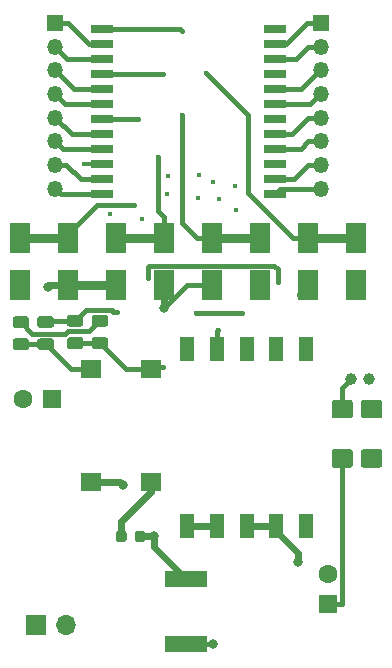
<source format=gbr>
G04 #@! TF.GenerationSoftware,KiCad,Pcbnew,(5.1.4-0-10_14)*
G04 #@! TF.CreationDate,2019-09-18T11:49:10-05:00*
G04 #@! TF.ProjectId,poePoweredDevice-PD,706f6550-6f77-4657-9265-644465766963,rev?*
G04 #@! TF.SameCoordinates,Original*
G04 #@! TF.FileFunction,Copper,L1,Top*
G04 #@! TF.FilePolarity,Positive*
%FSLAX46Y46*%
G04 Gerber Fmt 4.6, Leading zero omitted, Abs format (unit mm)*
G04 Created by KiCad (PCBNEW (5.1.4-0-10_14)) date 2019-09-18 11:49:10*
%MOMM*%
%LPD*%
G04 APERTURE LIST*
%ADD10R,1.350000X1.350000*%
%ADD11O,1.350000X1.350000*%
%ADD12R,1.780000X1.520000*%
%ADD13R,1.270000X2.030000*%
%ADD14R,1.700000X1.700000*%
%ADD15O,1.700000X1.700000*%
%ADD16R,3.560000X1.400000*%
%ADD17R,1.600000X1.600000*%
%ADD18C,1.600000*%
%ADD19C,0.100000*%
%ADD20C,1.575000*%
%ADD21C,0.975000*%
%ADD22R,1.800000X2.500000*%
%ADD23C,0.875000*%
%ADD24R,1.905000X0.760000*%
%ADD25C,0.400000*%
%ADD26C,0.800000*%
%ADD27C,1.000000*%
%ADD28C,0.800000*%
%ADD29C,0.300000*%
%ADD30C,0.600000*%
%ADD31C,0.400000*%
G04 APERTURE END LIST*
D10*
X185500000Y-86704000D03*
D11*
X185500000Y-88704000D03*
X185500000Y-90704000D03*
X185500000Y-92704000D03*
X185500000Y-94704000D03*
X185500000Y-96704000D03*
X185500000Y-98704000D03*
X185500000Y-100704000D03*
D10*
X163000000Y-86704000D03*
D11*
X163000000Y-88704000D03*
X163000000Y-90704000D03*
X163000000Y-92704000D03*
X163000000Y-94704000D03*
X163000000Y-96704000D03*
X163000000Y-98704000D03*
X163000000Y-100704000D03*
D12*
X171094400Y-125577600D03*
X166014400Y-125577600D03*
X166014400Y-116017600D03*
X171094400Y-116017600D03*
D13*
X174200000Y-114300000D03*
X176700000Y-114300000D03*
X179200000Y-114300000D03*
X181700000Y-114300000D03*
X184200000Y-114300000D03*
X174200000Y-129300000D03*
X176700000Y-129300000D03*
X179200000Y-129300000D03*
X181700000Y-129300000D03*
X184200000Y-129300000D03*
D14*
X161356800Y-137668000D03*
D15*
X163896800Y-137668000D03*
D16*
X174100000Y-139248000D03*
X174100000Y-133788000D03*
D17*
X162763200Y-118516400D03*
D18*
X160263200Y-118516400D03*
D17*
X186080400Y-135839200D03*
D18*
X186080400Y-133339200D03*
D19*
G36*
X187974105Y-122764004D02*
G01*
X187998373Y-122767604D01*
X188022172Y-122773565D01*
X188045271Y-122781830D01*
X188067450Y-122792320D01*
X188088493Y-122804932D01*
X188108199Y-122819547D01*
X188126377Y-122836023D01*
X188142853Y-122854201D01*
X188157468Y-122873907D01*
X188170080Y-122894950D01*
X188180570Y-122917129D01*
X188188835Y-122940228D01*
X188194796Y-122964027D01*
X188198396Y-122988295D01*
X188199600Y-123012799D01*
X188199600Y-124087801D01*
X188198396Y-124112305D01*
X188194796Y-124136573D01*
X188188835Y-124160372D01*
X188180570Y-124183471D01*
X188170080Y-124205650D01*
X188157468Y-124226693D01*
X188142853Y-124246399D01*
X188126377Y-124264577D01*
X188108199Y-124281053D01*
X188088493Y-124295668D01*
X188067450Y-124308280D01*
X188045271Y-124318770D01*
X188022172Y-124327035D01*
X187998373Y-124332996D01*
X187974105Y-124336596D01*
X187949601Y-124337800D01*
X186649599Y-124337800D01*
X186625095Y-124336596D01*
X186600827Y-124332996D01*
X186577028Y-124327035D01*
X186553929Y-124318770D01*
X186531750Y-124308280D01*
X186510707Y-124295668D01*
X186491001Y-124281053D01*
X186472823Y-124264577D01*
X186456347Y-124246399D01*
X186441732Y-124226693D01*
X186429120Y-124205650D01*
X186418630Y-124183471D01*
X186410365Y-124160372D01*
X186404404Y-124136573D01*
X186400804Y-124112305D01*
X186399600Y-124087801D01*
X186399600Y-123012799D01*
X186400804Y-122988295D01*
X186404404Y-122964027D01*
X186410365Y-122940228D01*
X186418630Y-122917129D01*
X186429120Y-122894950D01*
X186441732Y-122873907D01*
X186456347Y-122854201D01*
X186472823Y-122836023D01*
X186491001Y-122819547D01*
X186510707Y-122804932D01*
X186531750Y-122792320D01*
X186553929Y-122781830D01*
X186577028Y-122773565D01*
X186600827Y-122767604D01*
X186625095Y-122764004D01*
X186649599Y-122762800D01*
X187949601Y-122762800D01*
X187974105Y-122764004D01*
X187974105Y-122764004D01*
G37*
D20*
X187299600Y-123550300D03*
D19*
G36*
X187974105Y-118589004D02*
G01*
X187998373Y-118592604D01*
X188022172Y-118598565D01*
X188045271Y-118606830D01*
X188067450Y-118617320D01*
X188088493Y-118629932D01*
X188108199Y-118644547D01*
X188126377Y-118661023D01*
X188142853Y-118679201D01*
X188157468Y-118698907D01*
X188170080Y-118719950D01*
X188180570Y-118742129D01*
X188188835Y-118765228D01*
X188194796Y-118789027D01*
X188198396Y-118813295D01*
X188199600Y-118837799D01*
X188199600Y-119912801D01*
X188198396Y-119937305D01*
X188194796Y-119961573D01*
X188188835Y-119985372D01*
X188180570Y-120008471D01*
X188170080Y-120030650D01*
X188157468Y-120051693D01*
X188142853Y-120071399D01*
X188126377Y-120089577D01*
X188108199Y-120106053D01*
X188088493Y-120120668D01*
X188067450Y-120133280D01*
X188045271Y-120143770D01*
X188022172Y-120152035D01*
X187998373Y-120157996D01*
X187974105Y-120161596D01*
X187949601Y-120162800D01*
X186649599Y-120162800D01*
X186625095Y-120161596D01*
X186600827Y-120157996D01*
X186577028Y-120152035D01*
X186553929Y-120143770D01*
X186531750Y-120133280D01*
X186510707Y-120120668D01*
X186491001Y-120106053D01*
X186472823Y-120089577D01*
X186456347Y-120071399D01*
X186441732Y-120051693D01*
X186429120Y-120030650D01*
X186418630Y-120008471D01*
X186410365Y-119985372D01*
X186404404Y-119961573D01*
X186400804Y-119937305D01*
X186399600Y-119912801D01*
X186399600Y-118837799D01*
X186400804Y-118813295D01*
X186404404Y-118789027D01*
X186410365Y-118765228D01*
X186418630Y-118742129D01*
X186429120Y-118719950D01*
X186441732Y-118698907D01*
X186456347Y-118679201D01*
X186472823Y-118661023D01*
X186491001Y-118644547D01*
X186510707Y-118629932D01*
X186531750Y-118617320D01*
X186553929Y-118606830D01*
X186577028Y-118598565D01*
X186600827Y-118592604D01*
X186625095Y-118589004D01*
X186649599Y-118587800D01*
X187949601Y-118587800D01*
X187974105Y-118589004D01*
X187974105Y-118589004D01*
G37*
D20*
X187299600Y-119375300D03*
D19*
G36*
X190463305Y-118589004D02*
G01*
X190487573Y-118592604D01*
X190511372Y-118598565D01*
X190534471Y-118606830D01*
X190556650Y-118617320D01*
X190577693Y-118629932D01*
X190597399Y-118644547D01*
X190615577Y-118661023D01*
X190632053Y-118679201D01*
X190646668Y-118698907D01*
X190659280Y-118719950D01*
X190669770Y-118742129D01*
X190678035Y-118765228D01*
X190683996Y-118789027D01*
X190687596Y-118813295D01*
X190688800Y-118837799D01*
X190688800Y-119912801D01*
X190687596Y-119937305D01*
X190683996Y-119961573D01*
X190678035Y-119985372D01*
X190669770Y-120008471D01*
X190659280Y-120030650D01*
X190646668Y-120051693D01*
X190632053Y-120071399D01*
X190615577Y-120089577D01*
X190597399Y-120106053D01*
X190577693Y-120120668D01*
X190556650Y-120133280D01*
X190534471Y-120143770D01*
X190511372Y-120152035D01*
X190487573Y-120157996D01*
X190463305Y-120161596D01*
X190438801Y-120162800D01*
X189138799Y-120162800D01*
X189114295Y-120161596D01*
X189090027Y-120157996D01*
X189066228Y-120152035D01*
X189043129Y-120143770D01*
X189020950Y-120133280D01*
X188999907Y-120120668D01*
X188980201Y-120106053D01*
X188962023Y-120089577D01*
X188945547Y-120071399D01*
X188930932Y-120051693D01*
X188918320Y-120030650D01*
X188907830Y-120008471D01*
X188899565Y-119985372D01*
X188893604Y-119961573D01*
X188890004Y-119937305D01*
X188888800Y-119912801D01*
X188888800Y-118837799D01*
X188890004Y-118813295D01*
X188893604Y-118789027D01*
X188899565Y-118765228D01*
X188907830Y-118742129D01*
X188918320Y-118719950D01*
X188930932Y-118698907D01*
X188945547Y-118679201D01*
X188962023Y-118661023D01*
X188980201Y-118644547D01*
X188999907Y-118629932D01*
X189020950Y-118617320D01*
X189043129Y-118606830D01*
X189066228Y-118598565D01*
X189090027Y-118592604D01*
X189114295Y-118589004D01*
X189138799Y-118587800D01*
X190438801Y-118587800D01*
X190463305Y-118589004D01*
X190463305Y-118589004D01*
G37*
D20*
X189788800Y-119375300D03*
D19*
G36*
X190463305Y-122764004D02*
G01*
X190487573Y-122767604D01*
X190511372Y-122773565D01*
X190534471Y-122781830D01*
X190556650Y-122792320D01*
X190577693Y-122804932D01*
X190597399Y-122819547D01*
X190615577Y-122836023D01*
X190632053Y-122854201D01*
X190646668Y-122873907D01*
X190659280Y-122894950D01*
X190669770Y-122917129D01*
X190678035Y-122940228D01*
X190683996Y-122964027D01*
X190687596Y-122988295D01*
X190688800Y-123012799D01*
X190688800Y-124087801D01*
X190687596Y-124112305D01*
X190683996Y-124136573D01*
X190678035Y-124160372D01*
X190669770Y-124183471D01*
X190659280Y-124205650D01*
X190646668Y-124226693D01*
X190632053Y-124246399D01*
X190615577Y-124264577D01*
X190597399Y-124281053D01*
X190577693Y-124295668D01*
X190556650Y-124308280D01*
X190534471Y-124318770D01*
X190511372Y-124327035D01*
X190487573Y-124332996D01*
X190463305Y-124336596D01*
X190438801Y-124337800D01*
X189138799Y-124337800D01*
X189114295Y-124336596D01*
X189090027Y-124332996D01*
X189066228Y-124327035D01*
X189043129Y-124318770D01*
X189020950Y-124308280D01*
X188999907Y-124295668D01*
X188980201Y-124281053D01*
X188962023Y-124264577D01*
X188945547Y-124246399D01*
X188930932Y-124226693D01*
X188918320Y-124205650D01*
X188907830Y-124183471D01*
X188899565Y-124160372D01*
X188893604Y-124136573D01*
X188890004Y-124112305D01*
X188888800Y-124087801D01*
X188888800Y-123012799D01*
X188890004Y-122988295D01*
X188893604Y-122964027D01*
X188899565Y-122940228D01*
X188907830Y-122917129D01*
X188918320Y-122894950D01*
X188930932Y-122873907D01*
X188945547Y-122854201D01*
X188962023Y-122836023D01*
X188980201Y-122819547D01*
X188999907Y-122804932D01*
X189020950Y-122792320D01*
X189043129Y-122781830D01*
X189066228Y-122773565D01*
X189090027Y-122767604D01*
X189114295Y-122764004D01*
X189138799Y-122762800D01*
X190438801Y-122762800D01*
X190463305Y-122764004D01*
X190463305Y-122764004D01*
G37*
D20*
X189788800Y-123550300D03*
D19*
G36*
X160570142Y-113394174D02*
G01*
X160593803Y-113397684D01*
X160617007Y-113403496D01*
X160639529Y-113411554D01*
X160661153Y-113421782D01*
X160681670Y-113434079D01*
X160700883Y-113448329D01*
X160718607Y-113464393D01*
X160734671Y-113482117D01*
X160748921Y-113501330D01*
X160761218Y-113521847D01*
X160771446Y-113543471D01*
X160779504Y-113565993D01*
X160785316Y-113589197D01*
X160788826Y-113612858D01*
X160790000Y-113636750D01*
X160790000Y-114124250D01*
X160788826Y-114148142D01*
X160785316Y-114171803D01*
X160779504Y-114195007D01*
X160771446Y-114217529D01*
X160761218Y-114239153D01*
X160748921Y-114259670D01*
X160734671Y-114278883D01*
X160718607Y-114296607D01*
X160700883Y-114312671D01*
X160681670Y-114326921D01*
X160661153Y-114339218D01*
X160639529Y-114349446D01*
X160617007Y-114357504D01*
X160593803Y-114363316D01*
X160570142Y-114366826D01*
X160546250Y-114368000D01*
X159633750Y-114368000D01*
X159609858Y-114366826D01*
X159586197Y-114363316D01*
X159562993Y-114357504D01*
X159540471Y-114349446D01*
X159518847Y-114339218D01*
X159498330Y-114326921D01*
X159479117Y-114312671D01*
X159461393Y-114296607D01*
X159445329Y-114278883D01*
X159431079Y-114259670D01*
X159418782Y-114239153D01*
X159408554Y-114217529D01*
X159400496Y-114195007D01*
X159394684Y-114171803D01*
X159391174Y-114148142D01*
X159390000Y-114124250D01*
X159390000Y-113636750D01*
X159391174Y-113612858D01*
X159394684Y-113589197D01*
X159400496Y-113565993D01*
X159408554Y-113543471D01*
X159418782Y-113521847D01*
X159431079Y-113501330D01*
X159445329Y-113482117D01*
X159461393Y-113464393D01*
X159479117Y-113448329D01*
X159498330Y-113434079D01*
X159518847Y-113421782D01*
X159540471Y-113411554D01*
X159562993Y-113403496D01*
X159586197Y-113397684D01*
X159609858Y-113394174D01*
X159633750Y-113393000D01*
X160546250Y-113393000D01*
X160570142Y-113394174D01*
X160570142Y-113394174D01*
G37*
D21*
X160090000Y-113880500D03*
D19*
G36*
X160570142Y-111519174D02*
G01*
X160593803Y-111522684D01*
X160617007Y-111528496D01*
X160639529Y-111536554D01*
X160661153Y-111546782D01*
X160681670Y-111559079D01*
X160700883Y-111573329D01*
X160718607Y-111589393D01*
X160734671Y-111607117D01*
X160748921Y-111626330D01*
X160761218Y-111646847D01*
X160771446Y-111668471D01*
X160779504Y-111690993D01*
X160785316Y-111714197D01*
X160788826Y-111737858D01*
X160790000Y-111761750D01*
X160790000Y-112249250D01*
X160788826Y-112273142D01*
X160785316Y-112296803D01*
X160779504Y-112320007D01*
X160771446Y-112342529D01*
X160761218Y-112364153D01*
X160748921Y-112384670D01*
X160734671Y-112403883D01*
X160718607Y-112421607D01*
X160700883Y-112437671D01*
X160681670Y-112451921D01*
X160661153Y-112464218D01*
X160639529Y-112474446D01*
X160617007Y-112482504D01*
X160593803Y-112488316D01*
X160570142Y-112491826D01*
X160546250Y-112493000D01*
X159633750Y-112493000D01*
X159609858Y-112491826D01*
X159586197Y-112488316D01*
X159562993Y-112482504D01*
X159540471Y-112474446D01*
X159518847Y-112464218D01*
X159498330Y-112451921D01*
X159479117Y-112437671D01*
X159461393Y-112421607D01*
X159445329Y-112403883D01*
X159431079Y-112384670D01*
X159418782Y-112364153D01*
X159408554Y-112342529D01*
X159400496Y-112320007D01*
X159394684Y-112296803D01*
X159391174Y-112273142D01*
X159390000Y-112249250D01*
X159390000Y-111761750D01*
X159391174Y-111737858D01*
X159394684Y-111714197D01*
X159400496Y-111690993D01*
X159408554Y-111668471D01*
X159418782Y-111646847D01*
X159431079Y-111626330D01*
X159445329Y-111607117D01*
X159461393Y-111589393D01*
X159479117Y-111573329D01*
X159498330Y-111559079D01*
X159518847Y-111546782D01*
X159540471Y-111536554D01*
X159562993Y-111528496D01*
X159586197Y-111522684D01*
X159609858Y-111519174D01*
X159633750Y-111518000D01*
X160546250Y-111518000D01*
X160570142Y-111519174D01*
X160570142Y-111519174D01*
G37*
D21*
X160090000Y-112005500D03*
D19*
G36*
X162670142Y-113394174D02*
G01*
X162693803Y-113397684D01*
X162717007Y-113403496D01*
X162739529Y-113411554D01*
X162761153Y-113421782D01*
X162781670Y-113434079D01*
X162800883Y-113448329D01*
X162818607Y-113464393D01*
X162834671Y-113482117D01*
X162848921Y-113501330D01*
X162861218Y-113521847D01*
X162871446Y-113543471D01*
X162879504Y-113565993D01*
X162885316Y-113589197D01*
X162888826Y-113612858D01*
X162890000Y-113636750D01*
X162890000Y-114124250D01*
X162888826Y-114148142D01*
X162885316Y-114171803D01*
X162879504Y-114195007D01*
X162871446Y-114217529D01*
X162861218Y-114239153D01*
X162848921Y-114259670D01*
X162834671Y-114278883D01*
X162818607Y-114296607D01*
X162800883Y-114312671D01*
X162781670Y-114326921D01*
X162761153Y-114339218D01*
X162739529Y-114349446D01*
X162717007Y-114357504D01*
X162693803Y-114363316D01*
X162670142Y-114366826D01*
X162646250Y-114368000D01*
X161733750Y-114368000D01*
X161709858Y-114366826D01*
X161686197Y-114363316D01*
X161662993Y-114357504D01*
X161640471Y-114349446D01*
X161618847Y-114339218D01*
X161598330Y-114326921D01*
X161579117Y-114312671D01*
X161561393Y-114296607D01*
X161545329Y-114278883D01*
X161531079Y-114259670D01*
X161518782Y-114239153D01*
X161508554Y-114217529D01*
X161500496Y-114195007D01*
X161494684Y-114171803D01*
X161491174Y-114148142D01*
X161490000Y-114124250D01*
X161490000Y-113636750D01*
X161491174Y-113612858D01*
X161494684Y-113589197D01*
X161500496Y-113565993D01*
X161508554Y-113543471D01*
X161518782Y-113521847D01*
X161531079Y-113501330D01*
X161545329Y-113482117D01*
X161561393Y-113464393D01*
X161579117Y-113448329D01*
X161598330Y-113434079D01*
X161618847Y-113421782D01*
X161640471Y-113411554D01*
X161662993Y-113403496D01*
X161686197Y-113397684D01*
X161709858Y-113394174D01*
X161733750Y-113393000D01*
X162646250Y-113393000D01*
X162670142Y-113394174D01*
X162670142Y-113394174D01*
G37*
D21*
X162190000Y-113880500D03*
D19*
G36*
X162670142Y-111519174D02*
G01*
X162693803Y-111522684D01*
X162717007Y-111528496D01*
X162739529Y-111536554D01*
X162761153Y-111546782D01*
X162781670Y-111559079D01*
X162800883Y-111573329D01*
X162818607Y-111589393D01*
X162834671Y-111607117D01*
X162848921Y-111626330D01*
X162861218Y-111646847D01*
X162871446Y-111668471D01*
X162879504Y-111690993D01*
X162885316Y-111714197D01*
X162888826Y-111737858D01*
X162890000Y-111761750D01*
X162890000Y-112249250D01*
X162888826Y-112273142D01*
X162885316Y-112296803D01*
X162879504Y-112320007D01*
X162871446Y-112342529D01*
X162861218Y-112364153D01*
X162848921Y-112384670D01*
X162834671Y-112403883D01*
X162818607Y-112421607D01*
X162800883Y-112437671D01*
X162781670Y-112451921D01*
X162761153Y-112464218D01*
X162739529Y-112474446D01*
X162717007Y-112482504D01*
X162693803Y-112488316D01*
X162670142Y-112491826D01*
X162646250Y-112493000D01*
X161733750Y-112493000D01*
X161709858Y-112491826D01*
X161686197Y-112488316D01*
X161662993Y-112482504D01*
X161640471Y-112474446D01*
X161618847Y-112464218D01*
X161598330Y-112451921D01*
X161579117Y-112437671D01*
X161561393Y-112421607D01*
X161545329Y-112403883D01*
X161531079Y-112384670D01*
X161518782Y-112364153D01*
X161508554Y-112342529D01*
X161500496Y-112320007D01*
X161494684Y-112296803D01*
X161491174Y-112273142D01*
X161490000Y-112249250D01*
X161490000Y-111761750D01*
X161491174Y-111737858D01*
X161494684Y-111714197D01*
X161500496Y-111690993D01*
X161508554Y-111668471D01*
X161518782Y-111646847D01*
X161531079Y-111626330D01*
X161545329Y-111607117D01*
X161561393Y-111589393D01*
X161579117Y-111573329D01*
X161598330Y-111559079D01*
X161618847Y-111546782D01*
X161640471Y-111536554D01*
X161662993Y-111528496D01*
X161686197Y-111522684D01*
X161709858Y-111519174D01*
X161733750Y-111518000D01*
X162646250Y-111518000D01*
X162670142Y-111519174D01*
X162670142Y-111519174D01*
G37*
D21*
X162190000Y-112005500D03*
D22*
X160020000Y-104896000D03*
X160020000Y-108896000D03*
X172200000Y-108900000D03*
X172200000Y-104900000D03*
X176276000Y-104896000D03*
X176276000Y-108896000D03*
X188468000Y-108896000D03*
X188468000Y-104896000D03*
X164084000Y-108896000D03*
X164084000Y-104896000D03*
X168148000Y-104896000D03*
X168148000Y-108896000D03*
X180340000Y-104896000D03*
X180340000Y-108896000D03*
X184404000Y-108896000D03*
X184404000Y-104896000D03*
D19*
G36*
X170427691Y-129674053D02*
G01*
X170448926Y-129677203D01*
X170469750Y-129682419D01*
X170489962Y-129689651D01*
X170509368Y-129698830D01*
X170527781Y-129709866D01*
X170545024Y-129722654D01*
X170560930Y-129737070D01*
X170575346Y-129752976D01*
X170588134Y-129770219D01*
X170599170Y-129788632D01*
X170608349Y-129808038D01*
X170615581Y-129828250D01*
X170620797Y-129849074D01*
X170623947Y-129870309D01*
X170625000Y-129891750D01*
X170625000Y-130404250D01*
X170623947Y-130425691D01*
X170620797Y-130446926D01*
X170615581Y-130467750D01*
X170608349Y-130487962D01*
X170599170Y-130507368D01*
X170588134Y-130525781D01*
X170575346Y-130543024D01*
X170560930Y-130558930D01*
X170545024Y-130573346D01*
X170527781Y-130586134D01*
X170509368Y-130597170D01*
X170489962Y-130606349D01*
X170469750Y-130613581D01*
X170448926Y-130618797D01*
X170427691Y-130621947D01*
X170406250Y-130623000D01*
X169968750Y-130623000D01*
X169947309Y-130621947D01*
X169926074Y-130618797D01*
X169905250Y-130613581D01*
X169885038Y-130606349D01*
X169865632Y-130597170D01*
X169847219Y-130586134D01*
X169829976Y-130573346D01*
X169814070Y-130558930D01*
X169799654Y-130543024D01*
X169786866Y-130525781D01*
X169775830Y-130507368D01*
X169766651Y-130487962D01*
X169759419Y-130467750D01*
X169754203Y-130446926D01*
X169751053Y-130425691D01*
X169750000Y-130404250D01*
X169750000Y-129891750D01*
X169751053Y-129870309D01*
X169754203Y-129849074D01*
X169759419Y-129828250D01*
X169766651Y-129808038D01*
X169775830Y-129788632D01*
X169786866Y-129770219D01*
X169799654Y-129752976D01*
X169814070Y-129737070D01*
X169829976Y-129722654D01*
X169847219Y-129709866D01*
X169865632Y-129698830D01*
X169885038Y-129689651D01*
X169905250Y-129682419D01*
X169926074Y-129677203D01*
X169947309Y-129674053D01*
X169968750Y-129673000D01*
X170406250Y-129673000D01*
X170427691Y-129674053D01*
X170427691Y-129674053D01*
G37*
D23*
X170187500Y-130148000D03*
D19*
G36*
X168852691Y-129674053D02*
G01*
X168873926Y-129677203D01*
X168894750Y-129682419D01*
X168914962Y-129689651D01*
X168934368Y-129698830D01*
X168952781Y-129709866D01*
X168970024Y-129722654D01*
X168985930Y-129737070D01*
X169000346Y-129752976D01*
X169013134Y-129770219D01*
X169024170Y-129788632D01*
X169033349Y-129808038D01*
X169040581Y-129828250D01*
X169045797Y-129849074D01*
X169048947Y-129870309D01*
X169050000Y-129891750D01*
X169050000Y-130404250D01*
X169048947Y-130425691D01*
X169045797Y-130446926D01*
X169040581Y-130467750D01*
X169033349Y-130487962D01*
X169024170Y-130507368D01*
X169013134Y-130525781D01*
X169000346Y-130543024D01*
X168985930Y-130558930D01*
X168970024Y-130573346D01*
X168952781Y-130586134D01*
X168934368Y-130597170D01*
X168914962Y-130606349D01*
X168894750Y-130613581D01*
X168873926Y-130618797D01*
X168852691Y-130621947D01*
X168831250Y-130623000D01*
X168393750Y-130623000D01*
X168372309Y-130621947D01*
X168351074Y-130618797D01*
X168330250Y-130613581D01*
X168310038Y-130606349D01*
X168290632Y-130597170D01*
X168272219Y-130586134D01*
X168254976Y-130573346D01*
X168239070Y-130558930D01*
X168224654Y-130543024D01*
X168211866Y-130525781D01*
X168200830Y-130507368D01*
X168191651Y-130487962D01*
X168184419Y-130467750D01*
X168179203Y-130446926D01*
X168176053Y-130425691D01*
X168175000Y-130404250D01*
X168175000Y-129891750D01*
X168176053Y-129870309D01*
X168179203Y-129849074D01*
X168184419Y-129828250D01*
X168191651Y-129808038D01*
X168200830Y-129788632D01*
X168211866Y-129770219D01*
X168224654Y-129752976D01*
X168239070Y-129737070D01*
X168254976Y-129722654D01*
X168272219Y-129709866D01*
X168290632Y-129698830D01*
X168310038Y-129689651D01*
X168330250Y-129682419D01*
X168351074Y-129677203D01*
X168372309Y-129674053D01*
X168393750Y-129673000D01*
X168831250Y-129673000D01*
X168852691Y-129674053D01*
X168852691Y-129674053D01*
G37*
D23*
X168612500Y-130148000D03*
D19*
G36*
X165170142Y-113294174D02*
G01*
X165193803Y-113297684D01*
X165217007Y-113303496D01*
X165239529Y-113311554D01*
X165261153Y-113321782D01*
X165281670Y-113334079D01*
X165300883Y-113348329D01*
X165318607Y-113364393D01*
X165334671Y-113382117D01*
X165348921Y-113401330D01*
X165361218Y-113421847D01*
X165371446Y-113443471D01*
X165379504Y-113465993D01*
X165385316Y-113489197D01*
X165388826Y-113512858D01*
X165390000Y-113536750D01*
X165390000Y-114024250D01*
X165388826Y-114048142D01*
X165385316Y-114071803D01*
X165379504Y-114095007D01*
X165371446Y-114117529D01*
X165361218Y-114139153D01*
X165348921Y-114159670D01*
X165334671Y-114178883D01*
X165318607Y-114196607D01*
X165300883Y-114212671D01*
X165281670Y-114226921D01*
X165261153Y-114239218D01*
X165239529Y-114249446D01*
X165217007Y-114257504D01*
X165193803Y-114263316D01*
X165170142Y-114266826D01*
X165146250Y-114268000D01*
X164233750Y-114268000D01*
X164209858Y-114266826D01*
X164186197Y-114263316D01*
X164162993Y-114257504D01*
X164140471Y-114249446D01*
X164118847Y-114239218D01*
X164098330Y-114226921D01*
X164079117Y-114212671D01*
X164061393Y-114196607D01*
X164045329Y-114178883D01*
X164031079Y-114159670D01*
X164018782Y-114139153D01*
X164008554Y-114117529D01*
X164000496Y-114095007D01*
X163994684Y-114071803D01*
X163991174Y-114048142D01*
X163990000Y-114024250D01*
X163990000Y-113536750D01*
X163991174Y-113512858D01*
X163994684Y-113489197D01*
X164000496Y-113465993D01*
X164008554Y-113443471D01*
X164018782Y-113421847D01*
X164031079Y-113401330D01*
X164045329Y-113382117D01*
X164061393Y-113364393D01*
X164079117Y-113348329D01*
X164098330Y-113334079D01*
X164118847Y-113321782D01*
X164140471Y-113311554D01*
X164162993Y-113303496D01*
X164186197Y-113297684D01*
X164209858Y-113294174D01*
X164233750Y-113293000D01*
X165146250Y-113293000D01*
X165170142Y-113294174D01*
X165170142Y-113294174D01*
G37*
D21*
X164690000Y-113780500D03*
D19*
G36*
X165170142Y-111419174D02*
G01*
X165193803Y-111422684D01*
X165217007Y-111428496D01*
X165239529Y-111436554D01*
X165261153Y-111446782D01*
X165281670Y-111459079D01*
X165300883Y-111473329D01*
X165318607Y-111489393D01*
X165334671Y-111507117D01*
X165348921Y-111526330D01*
X165361218Y-111546847D01*
X165371446Y-111568471D01*
X165379504Y-111590993D01*
X165385316Y-111614197D01*
X165388826Y-111637858D01*
X165390000Y-111661750D01*
X165390000Y-112149250D01*
X165388826Y-112173142D01*
X165385316Y-112196803D01*
X165379504Y-112220007D01*
X165371446Y-112242529D01*
X165361218Y-112264153D01*
X165348921Y-112284670D01*
X165334671Y-112303883D01*
X165318607Y-112321607D01*
X165300883Y-112337671D01*
X165281670Y-112351921D01*
X165261153Y-112364218D01*
X165239529Y-112374446D01*
X165217007Y-112382504D01*
X165193803Y-112388316D01*
X165170142Y-112391826D01*
X165146250Y-112393000D01*
X164233750Y-112393000D01*
X164209858Y-112391826D01*
X164186197Y-112388316D01*
X164162993Y-112382504D01*
X164140471Y-112374446D01*
X164118847Y-112364218D01*
X164098330Y-112351921D01*
X164079117Y-112337671D01*
X164061393Y-112321607D01*
X164045329Y-112303883D01*
X164031079Y-112284670D01*
X164018782Y-112264153D01*
X164008554Y-112242529D01*
X164000496Y-112220007D01*
X163994684Y-112196803D01*
X163991174Y-112173142D01*
X163990000Y-112149250D01*
X163990000Y-111661750D01*
X163991174Y-111637858D01*
X163994684Y-111614197D01*
X164000496Y-111590993D01*
X164008554Y-111568471D01*
X164018782Y-111546847D01*
X164031079Y-111526330D01*
X164045329Y-111507117D01*
X164061393Y-111489393D01*
X164079117Y-111473329D01*
X164098330Y-111459079D01*
X164118847Y-111446782D01*
X164140471Y-111436554D01*
X164162993Y-111428496D01*
X164186197Y-111422684D01*
X164209858Y-111419174D01*
X164233750Y-111418000D01*
X165146250Y-111418000D01*
X165170142Y-111419174D01*
X165170142Y-111419174D01*
G37*
D21*
X164690000Y-111905500D03*
D19*
G36*
X167270142Y-113294174D02*
G01*
X167293803Y-113297684D01*
X167317007Y-113303496D01*
X167339529Y-113311554D01*
X167361153Y-113321782D01*
X167381670Y-113334079D01*
X167400883Y-113348329D01*
X167418607Y-113364393D01*
X167434671Y-113382117D01*
X167448921Y-113401330D01*
X167461218Y-113421847D01*
X167471446Y-113443471D01*
X167479504Y-113465993D01*
X167485316Y-113489197D01*
X167488826Y-113512858D01*
X167490000Y-113536750D01*
X167490000Y-114024250D01*
X167488826Y-114048142D01*
X167485316Y-114071803D01*
X167479504Y-114095007D01*
X167471446Y-114117529D01*
X167461218Y-114139153D01*
X167448921Y-114159670D01*
X167434671Y-114178883D01*
X167418607Y-114196607D01*
X167400883Y-114212671D01*
X167381670Y-114226921D01*
X167361153Y-114239218D01*
X167339529Y-114249446D01*
X167317007Y-114257504D01*
X167293803Y-114263316D01*
X167270142Y-114266826D01*
X167246250Y-114268000D01*
X166333750Y-114268000D01*
X166309858Y-114266826D01*
X166286197Y-114263316D01*
X166262993Y-114257504D01*
X166240471Y-114249446D01*
X166218847Y-114239218D01*
X166198330Y-114226921D01*
X166179117Y-114212671D01*
X166161393Y-114196607D01*
X166145329Y-114178883D01*
X166131079Y-114159670D01*
X166118782Y-114139153D01*
X166108554Y-114117529D01*
X166100496Y-114095007D01*
X166094684Y-114071803D01*
X166091174Y-114048142D01*
X166090000Y-114024250D01*
X166090000Y-113536750D01*
X166091174Y-113512858D01*
X166094684Y-113489197D01*
X166100496Y-113465993D01*
X166108554Y-113443471D01*
X166118782Y-113421847D01*
X166131079Y-113401330D01*
X166145329Y-113382117D01*
X166161393Y-113364393D01*
X166179117Y-113348329D01*
X166198330Y-113334079D01*
X166218847Y-113321782D01*
X166240471Y-113311554D01*
X166262993Y-113303496D01*
X166286197Y-113297684D01*
X166309858Y-113294174D01*
X166333750Y-113293000D01*
X167246250Y-113293000D01*
X167270142Y-113294174D01*
X167270142Y-113294174D01*
G37*
D21*
X166790000Y-113780500D03*
D19*
G36*
X167270142Y-111419174D02*
G01*
X167293803Y-111422684D01*
X167317007Y-111428496D01*
X167339529Y-111436554D01*
X167361153Y-111446782D01*
X167381670Y-111459079D01*
X167400883Y-111473329D01*
X167418607Y-111489393D01*
X167434671Y-111507117D01*
X167448921Y-111526330D01*
X167461218Y-111546847D01*
X167471446Y-111568471D01*
X167479504Y-111590993D01*
X167485316Y-111614197D01*
X167488826Y-111637858D01*
X167490000Y-111661750D01*
X167490000Y-112149250D01*
X167488826Y-112173142D01*
X167485316Y-112196803D01*
X167479504Y-112220007D01*
X167471446Y-112242529D01*
X167461218Y-112264153D01*
X167448921Y-112284670D01*
X167434671Y-112303883D01*
X167418607Y-112321607D01*
X167400883Y-112337671D01*
X167381670Y-112351921D01*
X167361153Y-112364218D01*
X167339529Y-112374446D01*
X167317007Y-112382504D01*
X167293803Y-112388316D01*
X167270142Y-112391826D01*
X167246250Y-112393000D01*
X166333750Y-112393000D01*
X166309858Y-112391826D01*
X166286197Y-112388316D01*
X166262993Y-112382504D01*
X166240471Y-112374446D01*
X166218847Y-112364218D01*
X166198330Y-112351921D01*
X166179117Y-112337671D01*
X166161393Y-112321607D01*
X166145329Y-112303883D01*
X166131079Y-112284670D01*
X166118782Y-112264153D01*
X166108554Y-112242529D01*
X166100496Y-112220007D01*
X166094684Y-112196803D01*
X166091174Y-112173142D01*
X166090000Y-112149250D01*
X166090000Y-111661750D01*
X166091174Y-111637858D01*
X166094684Y-111614197D01*
X166100496Y-111590993D01*
X166108554Y-111568471D01*
X166118782Y-111546847D01*
X166131079Y-111526330D01*
X166145329Y-111507117D01*
X166161393Y-111489393D01*
X166179117Y-111473329D01*
X166198330Y-111459079D01*
X166218847Y-111446782D01*
X166240471Y-111436554D01*
X166262993Y-111428496D01*
X166286197Y-111422684D01*
X166309858Y-111419174D01*
X166333750Y-111418000D01*
X167246250Y-111418000D01*
X167270142Y-111419174D01*
X167270142Y-111419174D01*
G37*
D21*
X166790000Y-111905500D03*
D24*
X166987500Y-87201000D03*
X166987500Y-88471000D03*
X166987500Y-89741000D03*
X166987500Y-91011000D03*
X166987500Y-92281000D03*
X166987500Y-93551000D03*
X166987500Y-94821000D03*
X166987500Y-96091000D03*
X166987500Y-97361000D03*
X166987500Y-98631000D03*
X166987500Y-99901000D03*
X166987500Y-101171000D03*
X181592500Y-101171000D03*
X181592500Y-99901000D03*
X181592500Y-98631000D03*
X181592500Y-97361000D03*
X181592500Y-96091000D03*
X181592500Y-94821000D03*
X181592500Y-93551000D03*
X181592500Y-92281000D03*
X181592500Y-91011000D03*
X181592500Y-89741000D03*
X181592500Y-88471000D03*
X181592500Y-87201000D03*
D25*
X175158400Y-99568000D03*
X176403000Y-100177600D03*
X178282600Y-102514400D03*
X175133000Y-101473000D03*
X172516800Y-99618800D03*
X178231800Y-100457000D03*
X176860200Y-101574600D03*
X174574200Y-115087400D03*
X159385000Y-109042200D03*
X188569600Y-108839000D03*
X189763400Y-123494800D03*
X189814200Y-119354600D03*
X187299600Y-119202200D03*
X183642000Y-109728000D03*
X168097200Y-108102400D03*
D26*
X162412400Y-109067600D03*
D25*
X180330400Y-108905600D03*
X167614600Y-102837600D03*
D27*
X188036200Y-116865400D03*
D25*
X181864000Y-108635800D03*
X170899998Y-108250000D03*
D26*
X171399200Y-130149600D03*
D25*
X174382400Y-129300000D03*
D26*
X176321600Y-139248000D03*
X183540400Y-132308600D03*
X168732200Y-125806200D03*
D25*
X175768000Y-90932000D03*
X173736000Y-94488000D03*
X176200000Y-104300000D03*
X171704000Y-98044000D03*
X169672000Y-102108000D03*
D26*
X172200000Y-110832200D03*
D25*
X170326800Y-103301800D03*
X172487500Y-101164300D03*
D27*
X189534800Y-116865400D03*
D25*
X168275000Y-111125002D03*
X165400000Y-98600000D03*
X170005000Y-94821000D03*
X172133000Y-91011000D03*
X173736000Y-87376000D03*
X178800000Y-111200000D03*
X174900000Y-111200000D03*
X172171768Y-115800000D03*
X176800000Y-112700000D03*
D28*
X168148000Y-108896000D02*
X164084000Y-108896000D01*
D29*
X179786000Y-109450000D02*
X180330400Y-108905600D01*
D30*
X162584000Y-108896000D02*
X162412400Y-109067600D01*
X164084000Y-108896000D02*
X162584000Y-108896000D01*
D29*
X180330400Y-108905600D02*
X180340000Y-108896000D01*
D31*
X187299600Y-119375300D02*
X187299600Y-117602000D01*
X187299600Y-117602000D02*
X188036200Y-116865400D01*
X181864000Y-108352958D02*
X181864000Y-108635800D01*
X181864000Y-107549998D02*
X181864000Y-108352958D01*
X181560001Y-107245999D02*
X181864000Y-107549998D01*
X170983999Y-107245999D02*
X181560001Y-107245999D01*
X170899999Y-107329999D02*
X170983999Y-107245999D01*
X170899998Y-108250000D02*
X170899999Y-107329999D01*
D30*
X170725000Y-130148000D02*
X170726600Y-130149600D01*
X170187500Y-130148000D02*
X170725000Y-130148000D01*
X170726600Y-130149600D02*
X171399200Y-130149600D01*
X171399200Y-131087200D02*
X174100000Y-133788000D01*
X171399200Y-130149600D02*
X171399200Y-131087200D01*
D31*
X187280400Y-135839200D02*
X186080400Y-135839200D01*
X187299600Y-135820000D02*
X187280400Y-135839200D01*
X187299600Y-123550300D02*
X187299600Y-135820000D01*
D30*
X176700000Y-129300000D02*
X174382400Y-129300000D01*
X174382400Y-129300000D02*
X174200000Y-129300000D01*
D31*
X174100000Y-139248000D02*
X176321600Y-139248000D01*
D30*
X181700000Y-129680000D02*
X183540400Y-131520400D01*
X181700000Y-129300000D02*
X181700000Y-129680000D01*
X183540400Y-131520400D02*
X183540400Y-132308600D01*
X181700000Y-129300000D02*
X179200000Y-129300000D01*
X166014400Y-125577600D02*
X168503600Y-125577600D01*
X168503600Y-125577600D02*
X168732200Y-125806200D01*
D28*
X184404000Y-104896000D02*
X188468000Y-104896000D01*
D31*
X179324000Y-101116000D02*
X183104000Y-104896000D01*
X179324000Y-94488000D02*
X179324000Y-101116000D01*
X183104000Y-104896000D02*
X184404000Y-104896000D01*
X175768000Y-90932000D02*
X179324000Y-94488000D01*
D28*
X176276000Y-104896000D02*
X180340000Y-104896000D01*
D31*
X174976000Y-104896000D02*
X176276000Y-104896000D01*
X173736000Y-103656000D02*
X174976000Y-104896000D01*
X173736000Y-94488000D02*
X173736000Y-103656000D01*
X171704000Y-98044000D02*
X171704000Y-102640000D01*
X172200000Y-103136000D02*
X172200000Y-104900000D01*
X171704000Y-102640000D02*
X172200000Y-103136000D01*
D28*
X172196000Y-104896000D02*
X172200000Y-104900000D01*
X168148000Y-104896000D02*
X172196000Y-104896000D01*
X164084000Y-104896000D02*
X160020000Y-104896000D01*
D31*
X169672000Y-102108000D02*
X166522000Y-102108000D01*
X166522000Y-102108000D02*
X164084000Y-104546000D01*
X164084000Y-104546000D02*
X164084000Y-104896000D01*
D30*
X172200000Y-108900000D02*
X172200000Y-110832200D01*
D31*
X174136200Y-108896000D02*
X172200000Y-110832200D01*
X176276000Y-108896000D02*
X174136200Y-108896000D01*
X162190000Y-113880500D02*
X160090000Y-113880500D01*
X164327100Y-116017600D02*
X162190000Y-113880500D01*
X166014400Y-116017600D02*
X164327100Y-116017600D01*
X166233763Y-112461737D02*
X166790000Y-111905500D01*
X165902490Y-112793010D02*
X166233763Y-112461737D01*
X164067074Y-112793010D02*
X165902490Y-112793010D01*
X163867094Y-112992990D02*
X164067074Y-112793010D01*
X161077490Y-112992990D02*
X163867094Y-112992990D01*
X160090000Y-112005500D02*
X161077490Y-112992990D01*
X162290000Y-111905500D02*
X162190000Y-112005500D01*
X164690000Y-111905500D02*
X162290000Y-111905500D01*
X165246237Y-111349263D02*
X164690000Y-111905500D01*
X167919402Y-111125002D02*
X167812390Y-111017990D01*
X165577510Y-111017990D02*
X165246237Y-111349263D01*
X167812390Y-111017990D02*
X165577510Y-111017990D01*
X168275000Y-111125002D02*
X167919402Y-111125002D01*
X163467000Y-101171000D02*
X163000000Y-100704000D01*
X166987500Y-101171000D02*
X163467000Y-101171000D01*
X165635000Y-99901000D02*
X166987500Y-99901000D01*
X165151594Y-99901000D02*
X165635000Y-99901000D01*
X163954594Y-98704000D02*
X165151594Y-99901000D01*
X163000000Y-98704000D02*
X163954594Y-98704000D01*
X166969501Y-97378999D02*
X166987500Y-97361000D01*
X163674999Y-97378999D02*
X166969501Y-97378999D01*
X163000000Y-96704000D02*
X163674999Y-97378999D01*
X164387000Y-96091000D02*
X166987500Y-96091000D01*
X163000000Y-94704000D02*
X164387000Y-96091000D01*
X163847000Y-93551000D02*
X166987500Y-93551000D01*
X163000000Y-92704000D02*
X163847000Y-93551000D01*
X164577000Y-92281000D02*
X166987500Y-92281000D01*
X163000000Y-90704000D02*
X164577000Y-92281000D01*
X164037000Y-89741000D02*
X166987500Y-89741000D01*
X163000000Y-88704000D02*
X164037000Y-89741000D01*
X165842000Y-88471000D02*
X166987500Y-88471000D01*
X164075000Y-86704000D02*
X165842000Y-88471000D01*
X163000000Y-86704000D02*
X164075000Y-86704000D01*
X184325000Y-86704000D02*
X182558000Y-88471000D01*
X182558000Y-88471000D02*
X181592500Y-88471000D01*
X185400000Y-86704000D02*
X184325000Y-86704000D01*
X182945000Y-89741000D02*
X181592500Y-89741000D01*
X183408406Y-89741000D02*
X182945000Y-89741000D01*
X184445406Y-88704000D02*
X183408406Y-89741000D01*
X185400000Y-88704000D02*
X184445406Y-88704000D01*
X183823000Y-92281000D02*
X181592500Y-92281000D01*
X185400000Y-90704000D02*
X183823000Y-92281000D01*
X184553000Y-93551000D02*
X181592500Y-93551000D01*
X185400000Y-92704000D02*
X184553000Y-93551000D01*
X182945000Y-96091000D02*
X181592500Y-96091000D01*
X184445406Y-94704000D02*
X183058406Y-96091000D01*
X183058406Y-96091000D02*
X182945000Y-96091000D01*
X185400000Y-94704000D02*
X184445406Y-94704000D01*
X182945000Y-97361000D02*
X181592500Y-97361000D01*
X183788406Y-97361000D02*
X182945000Y-97361000D01*
X184445406Y-96704000D02*
X183788406Y-97361000D01*
X185400000Y-96704000D02*
X184445406Y-96704000D01*
X182945000Y-99901000D02*
X181592500Y-99901000D01*
X184445406Y-98704000D02*
X183248406Y-99901000D01*
X183248406Y-99901000D02*
X182945000Y-99901000D01*
X185400000Y-98704000D02*
X184445406Y-98704000D01*
X182059500Y-100704000D02*
X181592500Y-101171000D01*
X185400000Y-100704000D02*
X182059500Y-100704000D01*
D29*
X166956500Y-98600000D02*
X166987500Y-98631000D01*
X165400000Y-98600000D02*
X166956500Y-98600000D01*
D31*
X166987500Y-94821000D02*
X170005000Y-94821000D01*
X166987500Y-91011000D02*
X172133000Y-91011000D01*
X166987500Y-87201000D02*
X173561000Y-87201000D01*
X173561000Y-87201000D02*
X173736000Y-87376000D01*
X178800000Y-111200000D02*
X174900000Y-111200000D01*
D30*
X171094400Y-126390400D02*
X168612500Y-128872300D01*
X168612500Y-128872300D02*
X168612500Y-130148000D01*
X171094400Y-125577600D02*
X171094400Y-126390400D01*
D31*
X164690000Y-113780500D02*
X166790000Y-113780500D01*
X166904500Y-113895000D02*
X166790000Y-113780500D01*
X171312000Y-115800000D02*
X171094400Y-116017600D01*
X172171768Y-115800000D02*
X171312000Y-115800000D01*
X169027100Y-116017600D02*
X166790000Y-113780500D01*
X171094400Y-116017600D02*
X169027100Y-116017600D01*
X176700000Y-112800000D02*
X176800000Y-112700000D01*
X176700000Y-114300000D02*
X176700000Y-112800000D01*
M02*

</source>
